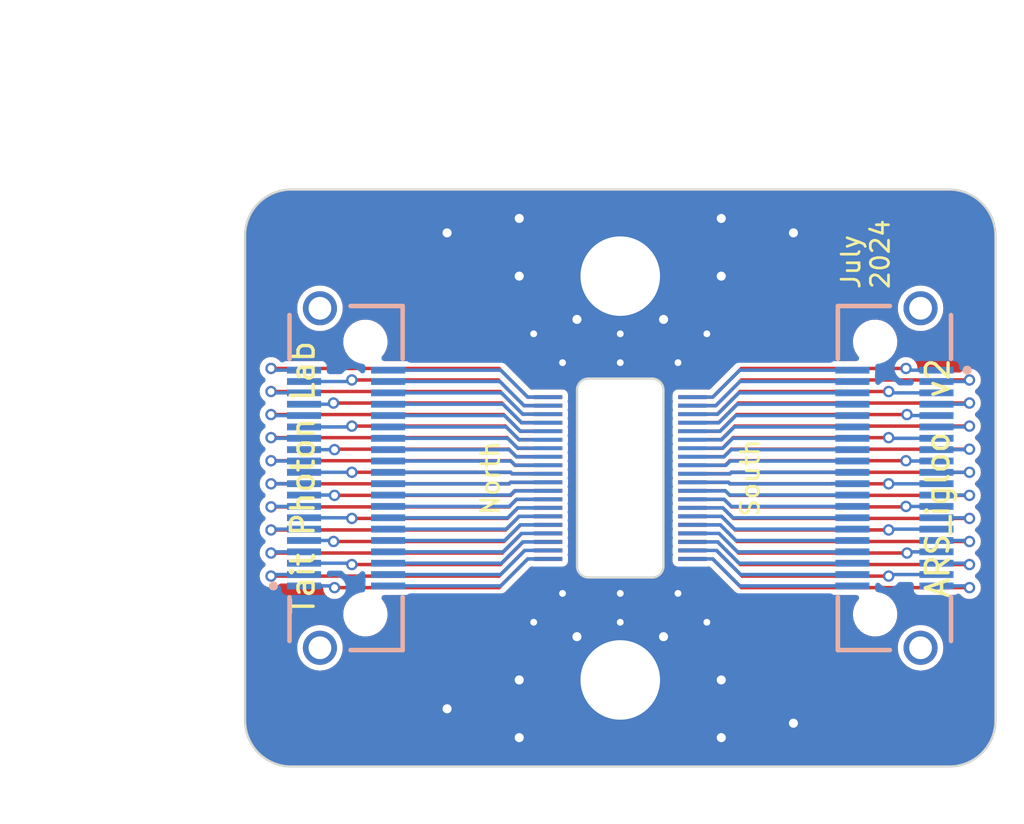
<source format=kicad_pcb>
(kicad_pcb (version 20221018) (generator pcbnew)
  (layers (0 "F.Cu" signal) (31 "B.Cu" signal) (34 "B.Paste" user) (35 "F.Paste" user) (36 "B.SilkS" user "B.Silkscreen") (37 "F.SilkS" user "F.Silkscreen") (38 "B.Mask" user) (39 "F.Mask" user) (44 "Edge.Cuts" user))
  (net 0 "")
  (net 1 "/S20")
  (net 2 "/S19")
  (net 3 "/S18")
  (net 4 "/S17")
  (net 5 "/S16")
  (net 6 "/S15")
  (net 7 "/S14")
  (net 8 "/S13")
  (net 9 "/S12")
  (net 10 "/S11")
  (net 11 "/S10")
  (net 12 "/S9")
  (net 13 "/S8")
  (net 14 "/S7")
  (net 15 "/S6")
  (net 16 "/S5")
  (net 17 "/S4")
  (net 18 "/S3")
  (net 19 "/S2")
  (net 20 "/S1")
  (net 21 "/N1")
  (net 22 "/N2")
  (net 23 "/N3")
  (net 24 "/N4")
  (net 25 "/N5")
  (net 26 "/N6")
  (net 27 "/N7")
  (net 28 "/N8")
  (net 29 "/N9")
  (net 30 "/N10")
  (net 31 "/N11")
  (net 32 "/N12")
  (net 33 "/N13")
  (net 34 "/N14")
  (net 35 "/N15")
  (net 36 "/N16")
  (net 37 "/N17")
  (net 38 "/N18")
  (net 39 "/N19")
  (net 40 "/N20")
  (net 41 "Net-(J1-Pin_20)")
  (net 42 "Net-(J1-Pin_19)")
  (net 43 "Net-(J1-Pin_18)")
  (net 44 "Net-(J1-Pin_17)")
  (net 45 "Net-(J1-Pin_16)")
  (net 46 "Net-(J1-Pin_15)")
  (net 47 "Net-(J1-Pin_14)")
  (net 48 "Net-(J1-Pin_13)")
  (net 49 "Net-(J1-Pin_12)")
  (net 50 "Net-(J1-Pin_11)")
  (net 51 "Net-(J1-Pin_10)")
  (net 52 "Net-(J1-Pin_9)")
  (net 53 "Net-(J1-Pin_8)")
  (net 54 "Net-(J1-Pin_7)")
  (net 55 "Net-(J1-Pin_6)")
  (net 56 "Net-(J1-Pin_5)")
  (net 57 "Net-(J1-Pin_4)")
  (net 58 "Net-(J1-Pin_3)")
  (net 59 "Net-(J1-Pin_2)")
  (net 60 "Net-(J1-Pin_1)")
  (net 61 "Net-(J3-Pin_1)")
  (net 62 "Net-(J3-Pin_2)")
  (net 63 "Net-(J3-Pin_3)")
  (net 64 "Net-(J3-Pin_4)")
  (net 65 "Net-(J3-Pin_5)")
  (net 66 "Net-(J3-Pin_6)")
  (net 67 "Net-(J3-Pin_7)")
  (net 68 "Net-(J3-Pin_8)")
  (net 69 "Net-(J3-Pin_9)")
  (net 70 "Net-(J3-Pin_10)")
  (net 71 "Net-(J3-Pin_11)")
  (net 72 "Net-(J3-Pin_12)")
  (net 73 "Net-(J3-Pin_13)")
  (net 74 "Net-(J3-Pin_14)")
  (net 75 "Net-(J3-Pin_15)")
  (net 76 "Net-(J3-Pin_16)")
  (net 77 "Net-(J3-Pin_17)")
  (net 78 "Net-(J3-Pin_18)")
  (net 79 "Net-(J3-Pin_19)")
  (net 80 "Net-(J3-Pin_20)")
  (net 81 "GND")
  (footprint "MountingHole:MountingHole_3.5mm_Pad_TopBottom" (layer "F.Cu") (at 0 -8.89)
    (fp_text reference "H3" hide)
    (fp_text value "MountingHole_Pad")
  )
  (footprint "samplecard:WBpadArray-N20-P15-W7-paired" (layer "F.Cu") (at -3.175 0 180)
    (fp_text reference "J1" hide)
    (fp_text value "Conn_02x20_Counter_Clockwise")
  )
  (footprint "MountingHole:MountingHole_3.5mm_Pad_TopBottom" (layer "F.Cu") (at 0 8.89)
    (fp_text reference "H4" hide)
    (fp_text value "MountingHole_Pad")
  )
  (footprint "samplecard:WBpadArray-N20-P15-W7-paired" (layer "F.Cu") (at 3.175 0)
    (fp_text reference "J3" hide)
    (fp_text value "Conn_02x20_Counter_Clockwise")
  )
  (footprint "Alex_LSHM:LSHM-120-02.5-L-DV-A-S" (layer "B.Cu") (at -12.065 0 -90)
    (fp_text reference "J2" hide)
    (fp_text value "Conn_02x20_Odd_Even")
  )
  (footprint "Alex_LSHM:LSHM-120-02.5-L-DV-A-S" (layer "B.Cu") (at 12.065 0 90)
    (fp_text reference "J4" hide)
    (fp_text value "Conn_02x20_Odd_Even")
  )
  (gr_arc (start 1.905 3.8735) (mid 1.75621 4.23271) (end 1.397 4.3815) (stroke (width 0.1)) (layer "Edge.Cuts"))
  (gr_line (start 16.51 -10.668) (end 16.51 10.668) (stroke (width 0.1)) (layer "Edge.Cuts"))
  (gr_line (start -14.478 -12.7) (end 14.478 -12.7) (stroke (width 0.1)) (layer "Edge.Cuts"))
  (gr_line (start 14.478 12.7) (end -14.478 12.7) (stroke (width 0.1)) (layer "Edge.Cuts"))
  (gr_line (start 1.397 4.3815) (end -1.397 4.3815) (stroke (width 0.1)) (layer "Edge.Cuts"))
  (gr_arc (start -14.478 12.7) (mid -15.914841 12.104841) (end -16.51 10.668) (stroke (width 0.1)) (layer "Edge.Cuts"))
  (gr_arc (start -1.905 -3.8735) (mid -1.75621 -4.23271) (end -1.397 -4.3815) (stroke (width 0.1)) (layer "Edge.Cuts"))
  (gr_arc (start 16.51 10.668) (mid 15.914841 12.104841) (end 14.478 12.7) (stroke (width 0.1)) (layer "Edge.Cuts"))
  (gr_line (start -16.51 10.668) (end -16.51 -10.668) (stroke (width 0.1)) (layer "Edge.Cuts"))
  (gr_line (start -1.397 -4.3815) (end 1.397 -4.3815) (stroke (width 0.1)) (layer "Edge.Cuts"))
  (gr_arc (start -1.397 4.3815) (mid -1.75621 4.23271) (end -1.905 3.8735) (stroke (width 0.1)) (layer "Edge.Cuts"))
  (gr_arc (start 1.397 -4.3815) (mid 1.75621 -4.23271) (end 1.905 -3.8735) (stroke (width 0.1)) (layer "Edge.Cuts"))
  (gr_line (start -1.905 3.8735) (end -1.905 -3.8735) (stroke (width 0.1)) (layer "Edge.Cuts"))
  (gr_arc (start 14.478 -12.7) (mid 15.914841 -12.104841) (end 16.51 -10.668) (stroke (width 0.1)) (layer "Edge.Cuts"))
  (gr_line (start 1.905 -3.8735) (end 1.905 3.8735) (stroke (width 0.1)) (layer "Edge.Cuts"))
  (gr_arc (start -16.51 -10.668) (mid -15.914841 -12.104841) (end -14.478 -12.7) (stroke (width 0.1)) (layer "Edge.Cuts"))
  (gr_text "North" (at -5.715 0 90) (layer "F.SilkS") (effects (font (size 0.8 0.8) (thickness 0.12))))
  (gr_text "ARS_igloo  v2" (at 13.97 0 90) (layer "F.SilkS") (effects (font (size 1 1) (thickness 0.15) bold)))
  (gr_text "Tait Photon Lab" (at -13.97 0 90) (layer "F.SilkS") (effects (font (size 1 1) (thickness 0.15) bold)))
  (gr_text "July\n2024" (at 10.795 -8.255 90) (layer "F.SilkS") (effects (font (size 0.8 0.8) (thickness 0.12)) (justify left)))
  (gr_text "South" (at 5.715 0 90) (layer "F.SilkS") (effects (font (size 0.8 0.8) (thickness 0.12))))
  (segment (start 10.215 4.75) (end 5.258 4.75) (width 0.1524) (layer "B.Cu") (net 1))
  (segment (start 5.258 4.75) (end 4.0705 3.5625) (width 0.1524) (layer "B.Cu") (net 1))
  (segment (start 4.0705 3.5625) (end 3.175 3.5625) (width 0.1524) (layer "B.Cu") (net 1))
  (segment (start 5.296636 4.25) (end 4.234136 3.1875) (width 0.1524) (layer "B.Cu") (net 2))
  (segment (start 10.215 4.25) (end 5.296636 4.25) (width 0.1524) (layer "B.Cu") (net 2))
  (segment (start 4.234136 3.1875) (end 3.175 3.1875) (width 0.1524) (layer "B.Cu") (net 2))
  (segment (start 10.215 3.75) (end 5.227688 3.75) (width 0.1524) (layer "B.Cu") (net 3))
  (segment (start 10.215 3.75) (end 10.155 3.81) (width 0.1524) (layer "B.Cu") (net 3))
  (segment (start 4.290188 2.8125) (end 3.175 2.8125) (width 0.1524) (layer "B.Cu") (net 3))
  (segment (start 5.227688 3.75) (end 4.290188 2.8125) (width 0.1524) (layer "B.Cu") (net 3))
  (segment (start 5.15874 3.25) (end 4.34624 2.4375) (width 0.1524) (layer "B.Cu") (net 4))
  (segment (start 4.34624 2.4375) (end 3.175 2.4375) (width 0.1524) (layer "B.Cu") (net 4))
  (segment (start 10.215 3.25) (end 5.15874 3.25) (width 0.1524) (layer "B.Cu") (net 4))
  (segment (start 10.215 3.25) (end 10.163 3.302) (width 0.1524) (layer "B.Cu") (net 4))
  (segment (start 10.215 2.75) (end 5.089792 2.75) (width 0.1524) (layer "B.Cu") (net 5))
  (segment (start 4.402292 2.0625) (end 3.175 2.0625) (width 0.1524) (layer "B.Cu") (net 5))
  (segment (start 5.089792 2.75) (end 4.402292 2.0625) (width 0.1524) (layer "B.Cu") (net 5))
  (segment (start 10.215 2.75) (end 10.171 2.794) (width 0.1524) (layer "B.Cu") (net 5))
  (segment (start 5.020844 2.25) (end 4.458344 1.6875) (width 0.1524) (layer "B.Cu") (net 6))
  (segment (start 10.215 2.25) (end 5.020844 2.25) (width 0.1524) (layer "B.Cu") (net 6))
  (segment (start 4.458344 1.6875) (end 3.175 1.6875) (width 0.1524) (layer "B.Cu") (net 6))
  (segment (start 10.215 2.25) (end 10.179 2.286) (width 0.1524) (layer "B.Cu") (net 6))
  (segment (start 4.951896 1.75) (end 4.514396 1.3125) (width 0.1524) (layer "B.Cu") (net 7))
  (segment (start 4.514396 1.3125) (end 3.175 1.3125) (width 0.1524) (layer "B.Cu") (net 7))
  (segment (start 10.215 1.75) (end 4.951896 1.75) (width 0.1524) (layer "B.Cu") (net 7))
  (segment (start 10.215 1.75) (end 10.187 1.778) (width 0.1524) (layer "B.Cu") (net 7))
  (segment (start 10.215 1.25) (end 10.195 1.27) (width 0.1524) (layer "B.Cu") (net 8))
  (segment (start 4.570448 0.9375) (end 3.175 0.9375) (width 0.1524) (layer "B.Cu") (net 8))
  (segment (start 10.215 1.25) (end 4.882948 1.25) (width 0.1524) (layer "B.Cu") (net 8))
  (segment (start 4.882948 1.25) (end 4.570448 0.9375) (width 0.1524) (layer "B.Cu") (net 8))
  (segment (start 10.215 0.75) (end 10.203 0.762) (width 0.1524) (layer "B.Cu") (net 9))
  (segment (start 4.814 0.75) (end 4.6265 0.5625) (width 0.1524) (layer "B.Cu") (net 9))
  (segment (start 4.6265 0.5625) (end 3.175 0.5625) (width 0.1524) (layer "B.Cu") (net 9))
  (segment (start 10.215 0.75) (end 4.814 0.75) (width 0.1524) (layer "B.Cu") (net 9))
  (segment (start 4.7595 0.1875) (end 3.175 0.1875) (width 0.1524) (layer "B.Cu") (net 10))
  (segment (start 9.3126 0.25) (end 9.3086 0.254) (width 0.1524) (layer "B.Cu") (net 10))
  (segment (start 10.215 0.25) (end 9.3126 0.25) (width 0.1524) (layer "B.Cu") (net 10))
  (segment (start 10.215 0.25) (end 10.211 0.254) (width 0.1524) (layer "B.Cu") (net 10))
  (segment (start 4.826 0.254) (end 4.7595 0.1875) (width 0.1524) (layer "B.Cu") (net 10))
  (segment (start 9.3086 0.254) (end 4.826 0.254) (width 0.1524) (layer "B.Cu") (net 10))
  (segment (start 4.826 -0.1875) (end 3.175 -0.1875) (width 0.1524) (layer "B.Cu") (net 11))
  (segment (start 10.211 -0.254) (end 4.8925 -0.254) (width 0.1524) (layer "B.Cu") (net 11))
  (segment (start 4.8925 -0.254) (end 4.826 -0.1875) (width 0.1524) (layer "B.Cu") (net 11))
  (segment (start 10.215 -0.25) (end 10.211 -0.254) (width 0.1524) (layer "B.Cu") (net 11))
  (segment (start 4.838 -0.75) (end 4.6505 -0.5625) (width 0.1524) (layer "B.Cu") (net 12))
  (segment (start 4.6505 -0.5625) (end 3.175 -0.5625) (width 0.1524) (layer "B.Cu") (net 12))
  (segment (start 10.215 -0.75) (end 4.838 -0.75) (width 0.1524) (layer "B.Cu") (net 12))
  (segment (start 10.215 -0.75) (end 10.203 -0.762) (width 0.1524) (layer "B.Cu") (net 12))
  (segment (start 4.570448 -0.9375) (end 3.175 -0.9375) (width 0.1524) (layer "B.Cu") (net 13))
  (segment (start 10.215 -1.25) (end 10.195 -1.27) (width 0.1524) (layer "B.Cu") (net 13))
  (segment (start 4.882948 -1.25) (end 4.570448 -0.9375) (width 0.1524) (layer "B.Cu") (net 13))
  (segment (start 10.215 -1.25) (end 4.882948 -1.25) (width 0.1524) (layer "B.Cu") (net 13))
  (segment (start 10.215 -1.75) (end 4.951896 -1.75) (width 0.1524) (layer "B.Cu") (net 14))
  (segment (start 10.215 -1.75) (end 10.187 -1.778) (width 0.1524) (layer "B.Cu") (net 14))
  (segment (start 4.951896 -1.75) (end 4.514396 -1.3125) (width 0.1524) (layer "B.Cu") (net 14))
  (segment (start 4.514396 -1.3125) (end 3.175 -1.3125) (width 0.1524) (layer "B.Cu") (net 14))
  (segment (start 10.215 -2.25) (end 10.179 -2.286) (width 0.1524) (layer "B.Cu") (net 15))
  (segment (start 10.215 -2.25) (end 5.020844 -2.25) (width 0.1524) (layer "B.Cu") (net 15))
  (segment (start 5.020844 -2.25) (end 4.458344 -1.6875) (width 0.1524) (layer "B.Cu") (net 15))
  (segment (start 4.458344 -1.6875) (end 3.175 -1.6875) (width 0.1524) (layer "B.Cu") (net 15))
  (segment (start 10.215 -2.75) (end 10.171 -2.794) (width 0.1524) (layer "B.Cu") (net 16))
  (segment (start 4.400748 -2.0625) (end 3.175 -2.0625) (width 0.1524) (layer "B.Cu") (net 16))
  (segment (start 10.215 -2.75) (end 5.088248 -2.75) (width 0.1524) (layer "B.Cu") (net 16))
  (segment (start 5.088248 -2.75) (end 4.400748 -2.0625) (width 0.1524) (layer "B.Cu") (net 16))
  (segment (start 10.215 -3.25) (end 10.163 -3.302) (width 0.1524) (layer "B.Cu") (net 17))
  (segment (start 5.157196 -3.25) (end 4.344696 -2.4375) (width 0.1524) (layer "B.Cu") (net 17))
  (segment (start 4.344696 -2.4375) (end 3.175 -2.4375) (width 0.1524) (layer "B.Cu") (net 17))
  (segment (start 10.215 -3.25) (end 5.157196 -3.25) (width 0.1524) (layer "B.Cu") (net 17))
  (segment (start 4.288644 -2.8125) (end 3.175 -2.8125) (width 0.1524) (layer "B.Cu") (net 18))
  (segment (start 10.215 -3.75) (end 5.226144 -3.75) (width 0.1524) (layer "B.Cu") (net 18))
  (segment (start 10.215 -3.75) (end 10.155 -3.81) (width 0.1524) (layer "B.Cu") (net 18))
  (segment (start 5.226144 -3.75) (end 4.288644 -2.8125) (width 0.1524) (layer "B.Cu") (net 18))
  (segment (start 5.266 -4.25) (end 4.2035 -3.1875) (width 0.1524) (layer "B.Cu") (net 19))
  (segment (start 10.215 -4.25) (end 5.266 -4.25) (width 0.1524) (layer "B.Cu") (net 19))
  (segment (start 10.215 -4.25) (end 10.147 -4.318) (width 0.1524) (layer "B.Cu") (net 19))
  (segment (start 4.2035 -3.1875) (end 3.175 -3.1875) (width 0.1524) (layer "B.Cu") (net 19))
  (segment (start 10.215 -4.75) (end 10.139 -4.826) (width 0.1524) (layer "B.Cu") (net 20))
  (segment (start 5.258 -4.75) (end 4.0705 -3.5625) (width 0.1524) (layer "B.Cu") (net 20))
  (segment (start 10.215 -4.75) (end 5.258 -4.75) (width 0.1524) (layer "B.Cu") (net 20))
  (segment (start 4.0705 -3.5625) (end 3.175 -3.5625) (width 0.1524) (layer "B.Cu") (net 20))
  (segment (start -3.175 3.5625) (end -4.0705 3.5625) (width 0.1524) (layer "B.Cu") (net 21))
  (segment (start -5.258 4.75) (end -10.215 4.75) (width 0.1524) (layer "B.Cu") (net 21))
  (segment (start -4.0705 3.5625) (end -5.258 4.75) (width 0.1524) (layer "B.Cu") (net 21))
  (segment (start -10.215 4.75) (end -10.139 4.826) (width 0.1524) (layer "B.Cu") (net 21))
  (segment (start -4.2035 3.1875) (end -5.266 4.25) (width 0.1524) (layer "B.Cu") (net 22))
  (segment (start -5.266 4.25) (end -10.215 4.25) (width 0.1524) (layer "B.Cu") (net 22))
  (segment (start -10.215 4.25) (end -10.147 4.318) (width 0.1524) (layer "B.Cu") (net 22))
  (segment (start -3.175 3.1875) (end -4.2035 3.1875) (width 0.1524) (layer "B.Cu") (net 22))
  (segment (start -4.288644 2.8125) (end -5.226144 3.75) (width 0.1524) (layer "B.Cu") (net 23))
  (segment (start -5.226144 3.75) (end -10.215 3.75) (width 0.1524) (layer "B.Cu") (net 23))
  (segment (start -3.175 2.8125) (end -4.288644 2.8125) (width 0.1524) (layer "B.Cu") (net 23))
  (segment (start -10.215 3.75) (end -10.155 3.81) (width 0.1524) (layer "B.Cu") (net 23))
  (segment (start -10.215 3.25) (end -10.163 3.302) (width 0.1524) (layer "B.Cu") (net 24))
  (segment (start -3.175 2.4375) (end -4.344696 2.4375) (width 0.1524) (layer "B.Cu") (net 24))
  (segment (start -5.157196 3.25) (end -10.215 3.25) (width 0.1524) (layer "B.Cu") (net 24))
  (segment (start -4.344696 2.4375) (end -5.157196 3.25) (width 0.1524) (layer "B.Cu") (net 24))
  (segment (start -4.400748 2.0625) (end -5.088248 2.75) (width 0.1524) (layer "B.Cu") (net 25))
  (segment (start -5.088248 2.75) (end -10.215 2.75) (width 0.1524) (layer "B.Cu") (net 25))
  (segment (start -10.215 2.75) (end -10.171 2.794) (width 0.1524) (layer "B.Cu") (net 25))
  (segment (start -3.175 2.0625) (end -4.400748 2.0625) (width 0.1524) (layer "B.Cu") (net 25))
  (segment (start -10.215 2.25) (end -10.179 2.286) (width 0.1524) (layer "B.Cu") (net 26))
  (segment (start -4.458344 1.6875) (end -5.020844 2.25) (width 0.1524) (layer "B.Cu") (net 26))
  (segment (start -5.020844 2.25) (end -10.215 2.25) (width 0.1524) (layer "B.Cu") (net 26))
  (segment (start -3.175 1.6875) (end -4.458344 1.6875) (width 0.1524) (layer "B.Cu") (net 26))
  (segment (start -4.951896 1.75) (end -10.215 1.75) (width 0.1524) (layer "B.Cu") (net 27))
  (segment (start -10.215 1.75) (end -10.187 1.778) (width 0.1524) (layer "B.Cu") (net 27))
  (segment (start -3.175 1.3125) (end -4.514396 1.3125) (width 0.1524) (layer "B.Cu") (net 27))
  (segment (start -4.514396 1.3125) (end -4.951896 1.75) (width 0.1524) (layer "B.Cu") (net 27))
  (segment (start -4.570448 0.9375) (end -4.882948 1.25) (width 0.1524) (layer "B.Cu") (net 28))
  (segment (start -4.882948 1.25) (end -10.215 1.25) (width 0.1524) (layer "B.Cu") (net 28))
  (segment (start -10.215 1.25) (end -10.195 1.27) (width 0.1524) (layer "B.Cu") (net 28))
  (segment (start -3.175 0.9375) (end -4.570448 0.9375) (width 0.1524) (layer "B.Cu") (net 28))
  (segment (start -4.838 0.75) (end -10.215 0.75) (width 0.1524) (layer "B.Cu") (net 29))
  (segment (start -4.6505 0.5625) (end -4.838 0.75) (width 0.1524) (layer "B.Cu") (net 29))
  (segment (start -3.175 0.5625) (end -4.6505 0.5625) (width 0.1524) (layer "B.Cu") (net 29))
  (segment (start -10.215 0.75) (end -10.203 0.762) (width 0.1524) (layer "B.Cu") (net 29))
  (segment (start -3.175 0.1875) (end -4.826 0.1875) (width 0.1524) (layer "B.Cu") (net 30))
  (segment (start -10.211 0.254) (end -10.215 0.25) (width 0.1524) (layer "B.Cu") (net 30))
  (segment (start -4.826 0.1875) (end -4.8925 0.254) (width 0.1524) (layer "B.Cu") (net 30))
  (segment (start -4.8925 0.254) (end -10.211 0.254) (width 0.1524) (layer "B.Cu") (net 30))
  (segment (start -4.7595 -0.1875) (end -4.826 -0.254) (width 0.1524) (layer "B.Cu") (net 31))
  (segment (start -9.3126 -0.25) (end -10.215 -0.25) (width 0.1524) (layer "B.Cu") (net 31))
  (segment (start -9.3086 -0.254) (end -9.3126 -0.25) (width 0.1524) (layer "B.Cu") (net 31))
  (segment (start -10.215 -0.25) (end -10.211 -0.254) (width 0.1524) (layer "B.Cu") (net 31))
  (segment (start -4.826 -0.254) (end -9.3086 -0.254) (width 0.1524) (layer "B.Cu") (net 31))
  (segment (start -3.175 -0.1875) (end -4.7595 -0.1875) (width 0.1524) (layer "B.Cu") (net 31))
  (segment (start -10.215 -0.75) (end -10.203 -0.762) (width 0.1524) (layer "B.Cu") (net 32))
  (segment (start -4.6265 -0.5625) (end -4.814 -0.75) (width 0.1524) (layer "B.Cu") (net 32))
  (segment (start -3.175 -0.5625) (end -4.6265 -0.5625) (width 0.1524) (layer "B.Cu") (net 32))
  (segment (start -4.814 -0.75) (end -10.215 -0.75) (width 0.1524) (layer "B.Cu") (net 32))
  (segment (start -3.175 -0.9375) (end -4.570448 -0.9375) (width 0.1524) (layer "B.Cu") (net 33))
  (segment (start -4.570448 -0.9375) (end -4.882948 -1.25) (width 0.1524) (layer "B.Cu") (net 33))
  (segment (start -10.215 -1.25) (end -10.195 -1.27) (width 0.1524) (layer "B.Cu") (net 33))
  (segment (start -4.882948 -1.25) (end -10.215 -1.25) (width 0.1524) (layer "B.Cu") (net 33))
  (segment (start -3.175 -1.3125) (end -4.514396 -1.3125) (width 0.1524) (layer "B.Cu") (net 34))
  (segment (start -4.951896 -1.75) (end -10.215 -1.75) (width 0.1524) (layer "B.Cu") (net 34))
  (segment (start -10.215 -1.75) (end -10.187 -1.778) (width 0.1524) (layer "B.Cu") (net 34))
  (segment (start -4.514396 -1.3125) (end -4.951896 -1.75) (width 0.1524) (layer "B.Cu") (net 34))
  (segment (start -4.458344 -1.6875) (end -5.020844 -2.25) (width 0.1524) (layer "B.Cu") (net 35))
  (segment (start -10.215 -2.25) (end -10.179 -2.286) (width 0.1524) (layer "B.Cu") (net 35))
  (segment (start -3.175 -1.6875) (end -4.458344 -1.6875) (width 0.1524) (layer "B.Cu") (net 35))
  (segment (start -5.020844 -2.25) (end -10.215 -2.25) (width 0.1524) (layer "B.Cu") (net 35))
  (segment (start -4.402292 -2.0625) (end -3.175 -2.0625) (width 0.1524) (layer "B.Cu") (net 36))
  (segment (start -5.089792 -2.75) (end -4.402292 -2.0625) (width 0.1524) (layer "B.Cu") (net 36))
  (segment (start -10.215 -2.75) (end -5.089792 -2.75) (width 0.1524) (layer "B.Cu") (net 36))
  (segment (start -10.215 -2.75) (end -10.171 -2.794) (width 0.1524) (layer "B.Cu") (net 36))
  (segment (start -5.15874 -3.25) (end -10.215 -3.25) (width 0.1524) (layer "B.Cu") (net 37))
  (segment (start -3.175 -2.4375) (end -4.34624 -2.4375) (width 0.1524) (layer "B.Cu") (net 37))
  (segment (start -4.34624 -2.4375) (end -5.15874 -3.25) (width 0.1524) (layer "B.Cu") (net 37))
  (segment (start -10.215 -3.25) (end -10.163 -3.302) (width 0.1524) (layer "B.Cu") (net 37))
  (segment (start -10.215 -3.75) (end -5.227688 -3.75) (width 0.1524) (layer "B.Cu") (net 38))
  (segment (start -10.215 -3.75) (end -10.155 -3.81) (width 0.1524) (layer "B.Cu") (net 38))
  (segment (start -4.290188 -2.8125) (end -3.175 -2.8125) (width 0.1524) (layer "B.Cu") (net 38))
  (segment (start -5.227688 -3.75) (end -4.290188 -2.8125) (width 0.1524) (layer "B.Cu") (net 38))
  (segment (start -4.234136 -3.1875) (end -3.175 -3.1875) (width 0.1524) (layer "B.Cu") (net 39))
  (segment (start -10.215 -4.25) (end -5.296636 -4.25) (width 0.1524) (layer "B.Cu") (net 39))
  (segment (start -5.296636 -4.25) (end -4.234136 -3.1875) (width 0.1524) (layer "B.Cu") (net 39))
  (segment (start -5.258 -4.75) (end -4.0705 -3.5625) (width 0.1524) (layer "B.Cu") (net 40))
  (segment (start -10.215 -4.75) (end -5.258 -4.75) (width 0.1524) (layer "B.Cu") (net 40))
  (segment (start -4.0705 -3.5625) (end -3.175 -3.5625) (width 0.1524) (layer "B.Cu") (net 40))
  (segment (start -5.334 -4.826) (end -15.367 -4.826) (width 0.1524) (layer "F.Cu") (net 41))
  (segment (start -4.0705 -3.5625) (end -5.334 -4.826) (width 0.1524) (layer "F.Cu") (net 41))
  (segment (start -3.175 -3.5625) (end -4.0705 -3.5625) (width 0.1524) (layer "F.Cu") (net 41))
  (via (at -15.367 -4.826) (size 0.5) (drill 0.3) (layers "F.Cu" "B.Cu") (net 41))
  (segment (start -15.367 -4.826) (end -15.291 -4.75) (width 0.1524) (layer "B.Cu") (net 41))
  (segment (start -15.291 -4.75) (end -13.915 -4.75) (width 0.1524) (layer "B.Cu") (net 41))
  (segment (start -3.175 -3.1875) (end -4.234136 -3.1875) (width 0.1524) (layer "F.Cu") (net 42))
  (segment (start -4.234136 -3.1875) (end -5.364646 -4.31801) (width 0.1524) (layer "F.Cu") (net 42))
  (segment (start -5.364646 -4.31801) (end -11.811 -4.31801) (width 0.1524) (layer "F.Cu") (net 42))
  (via (at -11.811 -4.31801) (size 0.5) (drill 0.3) (layers "F.Cu" "B.Cu") (net 42))
  (segment (start -11.87901 -4.25) (end -11.811 -4.31801) (width 0.1524) (layer "B.Cu") (net 42))
  (segment (start -13.915 -4.25) (end -11.87901 -4.25) (width 0.1524) (layer "B.Cu") (net 42))
  (segment (start -5.287688 -3.81) (end -15.367 -3.81) (width 0.1524) (layer "F.Cu") (net 43))
  (segment (start -3.175 -2.8125) (end -4.290188 -2.8125) (width 0.1524) (layer "F.Cu") (net 43))
  (segment (start -4.290188 -2.8125) (end -5.287688 -3.81) (width 0.1524) (layer "F.Cu") (net 43))
  (via (at -15.367 -3.81) (size 0.5) (drill 0.3) (layers "F.Cu" "B.Cu") (net 43))
  (segment (start -15.307 -3.75) (end -15.367 -3.81) (width 0.1524) (layer "B.Cu") (net 43))
  (segment (start -13.915 -3.75) (end -15.307 -3.75) (width 0.1524) (layer "B.Cu") (net 43))
  (segment (start -5.21074 -3.302) (end -12.619529 -3.302) (width 0.1524) (layer "F.Cu") (net 44))
  (segment (start -3.175 -2.4375) (end -4.34624 -2.4375) (width 0.1524) (layer "F.Cu") (net 44))
  (segment (start -4.34624 -2.4375) (end -5.21074 -3.302) (width 0.1524) (layer "F.Cu") (net 44))
  (via (at -12.619529 -3.302) (size 0.5) (drill 0.3) (layers "F.Cu" "B.Cu") (net 44))
  (segment (start -12.671529 -3.25) (end -12.619529 -3.302) (width 0.1524) (layer "B.Cu") (net 44))
  (segment (start -13.915 -3.25) (end -12.671529 -3.25) (width 0.1524) (layer "B.Cu") (net 44))
  (segment (start -3.175 -2.0625) (end -4.402292 -2.0625) (width 0.1524) (layer "F.Cu") (net 45))
  (segment (start -5.133792 -2.794) (end -15.367 -2.794) (width 0.1524) (layer "F.Cu") (net 45))
  (segment (start -4.402292 -2.0625) (end -5.133792 -2.794) (width 0.1524) (layer "F.Cu") (net 45))
  (via (at -15.367 -2.794) (size 0.5) (drill 0.3) (layers "F.Cu" "B.Cu") (net 45))
  (segment (start -13.915 -2.75) (end -15.323 -2.75) (width 0.1524) (layer "B.Cu") (net 45))
  (segment (start -15.323 -2.75) (end -15.367 -2.794) (width 0.1524) (layer "B.Cu") (net 45))
  (segment (start -3.175 -1.6875) (end -4.458344 -1.6875) (width 0.1524) (layer "F.Cu") (net 46))
  (segment (start -5.056844 -2.286) (end -11.811 -2.286) (width 0.1524) (layer "F.Cu") (net 46))
  (segment (start -4.458344 -1.6875) (end -5.056844 -2.286) (width 0.1524) (layer "F.Cu") (net 46))
  (via (at -11.811 -2.286) (size 0.5) (drill 0.3) (layers "F.Cu" "B.Cu") (net 46))
  (segment (start -11.811 -2.286) (end -11.847 -2.25) (width 0.1524) (layer "B.Cu") (net 46))
  (segment (start -11.847 -2.25) (end -13.915 -2.25) (width 0.1524) (layer "B.Cu") (net 46))
  (segment (start -3.175 -1.3125) (end -4.514396 -1.3125) (width 0.1524) (layer "F.Cu") (net 47))
  (segment (start -4.979896 -1.778) (end -15.367 -1.778) (width 0.1524) (layer "F.Cu") (net 47))
  (segment (start -4.514396 -1.3125) (end -4.979896 -1.778) (width 0.1524) (layer "F.Cu") (net 47))
  (via (at -15.367 -1.778) (size 0.5) (drill 0.3) (layers "F.Cu" "B.Cu") (net 47))
  (segment (start -15.339 -1.75) (end -15.367 -1.778) (width 0.1524) (layer "B.Cu") (net 47))
  (segment (start -13.915 -1.75) (end -15.339 -1.75) (width 0.1524) (layer "B.Cu") (net 47))
  (segment (start -12.55301 -1.27) (end -12.573 -1.25001) (width 0.1524) (layer "F.Cu") (net 48))
  (segment (start -4.902948 -1.27) (end -12.55301 -1.27) (width 0.1524) (layer "F.Cu") (net 48))
  (segment (start -4.570448 -0.9375) (end -4.902948 -1.27) (width 0.1524) (layer "F.Cu") (net 48))
  (segment (start -3.175 -0.9375) (end -4.570448 -0.9375) (width 0.1524) (layer "F.Cu") (net 48))
  (via (at -12.573 -1.25001) (size 0.5) (drill 0.3) (layers "F.Cu" "B.Cu") (net 48))
  (segment (start -13.915 -1.25) (end -12.57301 -1.25) (width 0.1524) (layer "B.Cu") (net 48))
  (segment (start -12.57301 -1.25) (end -12.573 -1.25001) (width 0.1524) (layer "B.Cu") (net 48))
  (segment (start -4.826 -0.762) (end -15.367 -0.762) (width 0.1524) (layer "F.Cu") (net 49))
  (segment (start -3.175 -0.5625) (end -4.6265 -0.5625) (width 0.1524) (layer "F.Cu") (net 49))
  (segment (start -4.6265 -0.5625) (end -4.826 -0.762) (width 0.1524) (layer "F.Cu") (net 49))
  (via (at -15.367 -0.762) (size 0.5) (drill 0.3) (layers "F.Cu" "B.Cu") (net 49))
  (segment (start -13.915 -0.75) (end -15.355 -0.75) (width 0.1524) (layer "B.Cu") (net 49))
  (segment (start -15.355 -0.75) (end -15.367 -0.762) (width 0.1524) (layer "B.Cu") (net 49))
  (segment (start -4.826 -0.254) (end -11.811 -0.254) (width 0.1524) (layer "F.Cu") (net 50))
  (segment (start -3.175 -0.1875) (end -4.7595 -0.1875) (width 0.1524) (layer "F.Cu") (net 50))
  (segment (start -4.7595 -0.1875) (end -4.826 -0.254) (width 0.1524) (layer "F.Cu") (net 50))
  (via (at -11.811 -0.254) (size 0.5) (drill 0.3) (layers "F.Cu" "B.Cu") (net 50))
  (segment (start -11.811 -0.254) (end -13.911 -0.254) (width 0.1524) (layer "B.Cu") (net 50))
  (segment (start -13.911 -0.254) (end -13.915 -0.25) (width 0.1524) (layer "B.Cu") (net 50))
  (segment (start -4.8925 0.254) (end -15.367 0.254) (width 0.1524) (layer "F.Cu") (net 51))
  (segment (start -4.826 0.1875) (end -4.8925 0.254) (width 0.1524) (layer "F.Cu") (net 51))
  (segment (start -3.175 0.1875) (end -4.826 0.1875) (width 0.1524) (layer "F.Cu") (net 51))
  (via (at -15.367 0.254) (size 0.5) (drill 0.3) (layers "F.Cu" "B.Cu") (net 51))
  (segment (start -15.363 0.25) (end -15.367 0.254) (width 0.1524) (layer "B.Cu") (net 51))
  (segment (start -13.915 0.25) (end -15.363 0.25) (width 0.1524) (layer "B.Cu") (net 51))
  (segment (start -3.175 0.5625) (end -4.6265 0.5625) (width 0.1524) (layer "F.Cu") (net 52))
  (segment (start -4.826 0.762) (end -12.573 0.762) (width 0.1524) (layer "F.Cu") (net 52))
  (segment (start -4.6265 0.5625) (end -4.826 0.762) (width 0.1524) (layer "F.Cu") (net 52))
  (via (at -12.573 0.762) (size 0.5) (drill 0.3) (layers "F.Cu" "B.Cu") (net 52))
  (segment (start -12.585 0.75) (end -13.915 0.75) (width 0.1524) (layer "B.Cu") (net 52))
  (segment (start -12.573 0.762) (end -12.585 0.75) (width 0.1524) (layer "B.Cu") (net 52))
  (segment (start -4.88763 1.27) (end -15.367008 1.27) (width 0.1524) (layer "F.Cu") (net 53))
  (segment (start -3.175 0.9375) (end -4.55513 0.9375) (width 0.1524) (layer "F.Cu") (net 53))
  (segment (start -4.55513 0.9375) (end -4.88763 1.27) (width 0.1524) (layer "F.Cu") (net 53))
  (via (at -15.367008 1.27) (size 0.5) (drill 0.3) (layers "F.Cu" "B.Cu") (net 53))
  (segment (start -13.915 1.25) (end -15.347008 1.25) (width 0.1524) (layer "B.Cu") (net 53))
  (segment (start -15.347008 1.25) (end -15.367008 1.27) (width 0.1524) (layer "B.Cu") (net 53))
  (segment (start -4.964578 1.778) (end -11.811 1.778) (width 0.1524) (layer "F.Cu") (net 54))
  (segment (start -4.499078 1.3125) (end -4.964578 1.778) (width 0.1524) (layer "F.Cu") (net 54))
  (segment (start -3.175 1.3125) (end -4.499078 1.3125) (width 0.1524) (layer "F.Cu") (net 54))
  (via (at -11.811 1.778) (size 0.5) (drill 0.3) (layers "F.Cu" "B.Cu") (net 54))
  (segment (start -11.839 1.75) (end -13.915 1.75) (width 0.1524) (layer "B.Cu") (net 54))
  (segment (start -11.811 1.778) (end -11.839 1.75) (width 0.1524) (layer "B.Cu") (net 54))
  (segment (start -5.041526 2.286) (end -15.367 2.286) (width 0.1524) (layer "F.Cu") (net 55))
  (segment (start -3.175 1.6875) (end -4.443026 1.6875) (width 0.1524) (layer "F.Cu") (net 55))
  (segment (start -4.443026 1.6875) (end -5.041526 2.286) (width 0.1524) (layer "F.Cu") (net 55))
  (via (at -15.367 2.286) (size 0.5) (drill 0.3) (layers "F.Cu" "B.Cu") (net 55))
  (segment (start -15.331 2.25) (end -15.367 2.286) (width 0.1524) (layer "B.Cu") (net 55))
  (segment (start -13.915 2.25) (end -15.331 2.25) (width 0.1524) (layer "B.Cu") (net 55))
  (segment (start -3.175 2.0625) (end -4.386974 2.0625) (width 0.1524) (layer "F.Cu") (net 56))
  (segment (start -5.118474 2.794) (end -12.616061 2.794) (width 0.1524) (layer "F.Cu") (net 56))
  (segment (start -4.386974 2.0625) (end -5.118474 2.794) (width 0.1524) (layer "F.Cu") (net 56))
  (via (at -12.616061 2.794) (size 0.5) (drill 0.3) (layers "F.Cu" "B.Cu") (net 56))
  (segment (start -12.616061 2.794) (end -12.660061 2.75) (width 0.1524) (layer "B.Cu") (net 56))
  (segment (start -12.660061 2.75) (end -13.915 2.75) (width 0.1524) (layer "B.Cu") (net 56))
  (segment (start -5.195422 3.302) (end -15.367 3.302) (width 0.1524) (layer "F.Cu") (net 57))
  (segment (start -4.330922 2.4375) (end -5.195422 3.302) (width 0.1524) (layer "F.Cu") (net 57))
  (segment (start -3.175 2.4375) (end -4.330922 2.4375) (width 0.1524) (layer "F.Cu") (net 57))
  (via (at -15.367 3.302) (size 0.5) (drill 0.3) (layers "F.Cu" "B.Cu") (net 57))
  (segment (start -15.315 3.25) (end -15.367 3.302) (width 0.1524) (layer "B.Cu") (net 57))
  (segment (start -13.915 3.25) (end -15.315 3.25) (width 0.1524) (layer "B.Cu") (net 57))
  (segment (start -4.27487 2.8125) (end -5.27237 3.81) (width 0.1524) (layer "F.Cu") (net 58))
  (segment (start -3.175 2.8125) (end -4.27487 2.8125) (width 0.1524) (layer "F.Cu") (net 58))
  (segment (start -5.27237 3.81) (end -11.811 3.81) (width 0.1524) (layer "F.Cu") (net 58))
  (via (at -11.811 3.81) (size 0.5) (drill 0.3) (layers "F.Cu" "B.Cu") (net 58))
  (segment (start -13.915 3.75) (end -11.871 3.75) (width 0.1524) (layer "B.Cu") (net 58))
  (segment (start -11.871 3.75) (end -11.811 3.81) (width 0.1524) (layer "B.Cu") (net 58))
  (segment (start -4.2035 3.1875) (end -3.175 3.1875) (width 0.1524) (layer "F.Cu") (net 59))
  (segment (start -15.367 4.317994) (end -5.333994 4.317994) (width 0.1524) (layer "F.Cu") (net 59))
  (segment (start -5.333994 4.317994) (end -4.2035 3.1875) (width 0.1524) (layer "F.Cu") (net 59))
  (via (at -15.367 4.317994) (size 0.5) (drill 0.3) (layers "F.Cu" "B.Cu") (net 59))
  (segment (start -15.299006 4.25) (end -15.367 4.317994) (width 0.1524) (layer "B.Cu") (net 59))
  (segment (start -13.915 4.25) (end -15.299006 4.25) (width 0.1524) (layer "B.Cu") (net 59))
  (segment (start -12.572996 4.826) (end -5.334 4.826) (width 0.1524) (layer "F.Cu") (net 60))
  (segment (start -5.334 4.826) (end -4.0705 3.5625) (width 0.1524) (layer "F.Cu") (net 60))
  (segment (start -4.0705 3.5625) (end -3.175 3.5625) (width 0.1524) (layer "F.Cu") (net 60))
  (via (at -12.572996 4.826) (size 0.5) (drill 0.3) (layers "F.Cu" "B.Cu") (net 60))
  (segment (start -13.915 4.75) (end -12.648996 4.75) (width 0.1524) (layer "B.Cu") (net 60))
  (segment (start -12.648996 4.75) (end -12.572996 4.826) (width 0.1524) (layer "B.Cu") (net 60))
  (segment (start 12.572996 -4.826) (end 5.334 -4.826) (width 0.1524) (layer "F.Cu") (net 61))
  (segment (start 4.0705 -3.5625) (end 3.175 -3.5625) (width 0.1524) (layer "F.Cu") (net 61))
  (segment (start 5.334 -4.826) (end 4.0705 -3.5625) (width 0.1524) (layer "F.Cu") (net 61))
  (via (at 12.572996 -4.826) (size 0.5) (drill 0.3) (layers "F.Cu" "B.Cu") (net 61))
  (segment (start 12.648996 -4.75) (end 12.572996 -4.826) (width 0.1524) (layer "B.Cu") (net 61))
  (segment (start 13.915 -4.75) (end 12.648996 -4.75) (width 0.1524) (layer "B.Cu") (net 61))
  (segment (start 4.2035 -3.1875) (end 3.175 -3.1875) (width 0.1524) (layer "F.Cu") (net 62))
  (segment (start 15.367 -4.317994) (end 5.333994 -4.317994) (width 0.1524) (layer "F.Cu") (net 62))
  (segment (start 5.333994 -4.317994) (end 4.2035 -3.1875) (width 0.1524) (layer "F.Cu") (net 62))
  (via (at 15.367 -4.317994) (size 0.5) (drill 0.3) (layers "F.Cu" "B.Cu") (net 62))
  (segment (start 13.915 -4.25) (end 15.299006 -4.25) (width 0.1524) (layer "B.Cu") (net 62))
  (segment (start 15.299006 -4.25) (end 15.367 -4.317994) (width 0.1524) (layer "B.Cu") (net 62))
  (segment (start 11.811 -3.81) (end 5.27237 -3.81) (width 0.1524) (layer "F.Cu") (net 63))
  (segment (start 4.27487 -2.8125) (end 3.175 -2.8125) (width 0.1524) (layer "F.Cu") (net 63))
  (segment (start 5.27237 -3.81) (end 4.27487 -2.8125) (width 0.1524) (layer "F.Cu") (net 63))
  (via (at 11.811 -3.81) (size 0.5) (drill 0.3) (layers "F.Cu" "B.Cu") (net 63))
  (segment (start 11.871 -3.75) (end 11.811 -3.81) (width 0.1524) (layer "B.Cu") (net 63))
  (segment (start 13.915 -3.75) (end 11.871 -3.75) (width 0.1524) (layer "B.Cu") (net 63))
  (segment (start 4.330922 -2.4375) (end 3.175 -2.4375) (width 0.1524) (layer "F.Cu") (net 64))
  (segment (start 15.367 -3.302) (end 5.195422 -3.302) (width 0.1524) (layer "F.Cu") (net 64))
  (segment (start 5.195422 -3.302) (end 4.330922 -2.4375) (width 0.1524) (layer "F.Cu") (net 64))
  (via (at 15.367 -3.302) (size 0.5) (drill 0.3) (layers "F.Cu" "B.Cu") (net 64))
  (segment (start 13.915 -3.25) (end 15.315 -3.25) (width 0.1524) (layer "B.Cu") (net 64))
  (segment (start 15.315 -3.25) (end 15.367 -3.302) (width 0.1524) (layer "B.Cu") (net 64))
  (segment (start 4.386974 -2.0625) (end 3.175 -2.0625) (width 0.1524) (layer "F.Cu") (net 65))
  (segment (start 12.616061 -2.794) (end 5.118474 -2.794) (width 0.1524) (layer "F.Cu") (net 65))
  (segment (start 5.118474 -2.794) (end 4.386974 -2.0625) (width 0.1524) (layer "F.Cu") (net 65))
  (via (at 12.616061 -2.794) (size 0.5) (drill 0.3) (layers "F.Cu" "B.Cu") (net 65))
  (segment (start 12.616061 -2.794) (end 12.660061 -2.75) (width 0.1524) (layer "B.Cu") (net 65))
  (segment (start 12.660061 -2.75) (end 13.915 -2.75) (width 0.1524) (layer "B.Cu") (net 65))
  (segment (start 5.041526 -2.286) (end 4.443026 -1.6875) (width 0.1524) (layer "F.Cu") (net 66))
  (segment (start 4.443026 -1.6875) (end 3.175 -1.6875) (width 0.1524) (layer "F.Cu") (net 66))
  (segment (start 15.367 -2.286) (end 5.041526 -2.286) (width 0.1524) (layer "F.Cu") (net 66))
  (via (at 15.367 -2.286) (size 0.5) (drill 0.3) (layers "F.Cu" "B.Cu") (net 66))
  (segment (start 15.331 -2.25) (end 15.367 -2.286) (width 0.1524) (layer "B.Cu") (net 66))
  (segment (start 13.915 -2.25) (end 15.331 -2.25) (width 0.1524) (layer "B.Cu") (net 66))
  (segment (start 4.964578 -1.778) (end 4.499078 -1.3125) (width 0.1524) (layer "F.Cu") (net 67))
  (segment (start 4.499078 -1.3125) (end 3.175 -1.3125) (width 0.1524) (layer "F.Cu") (net 67))
  (segment (start 11.811 -1.778) (end 4.964578 -1.778) (width 0.1524) (layer "F.Cu") (net 67))
  (via (at 11.811 -1.778) (size 0.5) (drill 0.3) (layers "F.Cu" "B.Cu") (net 67))
  (segment (start 11.839 -1.75) (end 13.915 -1.75) (width 0.1524) (layer "B.Cu") (net 67))
  (segment (start 11.811 -1.778) (end 11.839 -1.75) (width 0.1524) (layer "B.Cu") (net 67))
  (segment (start 15.367008 -1.27) (end 4.88763 -1.27) (width 0.1524) (layer "F.Cu") (net 68))
  (segment (start 4.88763 -1.27) (end 4.55513 -0.9375) (width 0.1524) (layer "F.Cu") (net 68))
  (segment (start 4.55513 -0.9375) (end 3.175 -0.9375) (width 0.1524) (layer "F.Cu") (net 68))
  (via (at 15.367008 -1.27) (size 0.5) (drill 0.3) (layers "F.Cu" "B.Cu") (net 68))
  (segment (start 15.347008 -1.25) (end 15.367008 -1.27) (width 0.1524) (layer "B.Cu") (net 68))
  (segment (start 13.915 -1.25) (end 15.347008 -1.25) (width 0.1524) (layer "B.Cu") (net 68))
  (segment (start 12.573 -0.762) (end 4.826 -0.762) (width 0.1524) (layer "F.Cu") (net 69))
  (segment (start 4.826 -0.762) (end 4.6265 -0.5625) (width 0.1524) (layer "F.Cu") (net 69))
  (segment (start 4.6265 -0.5625) (end 3.175 -0.5625) (width 0.1524) (layer "F.Cu") (net 69))
  (via (at 12.573 -0.762) (size 0.5) (drill 0.3) (layers "F.Cu" "B.Cu") (net 69))
  (segment (start 12.573 -0.762) (end 12.585 -0.75) (width 0.1524) (layer "B.Cu") (net 69))
  (segment (start 12.585 -0.75) (end 13.915 -0.75) (width 0.1524) (layer "B.Cu") (net 69))
  (segment (start 15.367 -0.254) (end 4.8925 -0.254) (width 0.1524) (layer "F.Cu") (net 70))
  (segment (start 4.826 -0.1875) (end 3.175 -0.1875) (width 0.1524) (layer "F.Cu") (net 70))
  (segment (start 4.8925 -0.254) (end 4.826 -0.1875) (width 0.1524) (layer "F.Cu") (net 70))
  (via (at 15.367 -0.254) (size 0.5) (drill 0.3) (layers "F.Cu" "B.Cu") (net 70))
  (segment (start 13.915 -0.25) (end 15.363 -0.25) (width 0.1524) (layer "B.Cu") (net 70))
  (segment (start 15.363 -0.25) (end 15.367 -0.254) (width 0.1524) (layer "B.Cu") (net 70))
  (segment (start 11.811 0.254) (end 4.826 0.254) (width 0.1524) (layer "F.Cu") (net 71))
  (segment (start 4.826 0.254) (end 4.7595 0.1875) (width 0.1524) (layer "F.Cu") (net 71))
  (segment (start 4.7595 0.1875) (end 3.175 0.1875) (width 0.1524) (layer "F.Cu") (net 71))
  (via (at 11.811 0.254) (size 0.5) (drill 0.3) (layers "F.Cu" "B.Cu") (net 71))
  (segment (start 11.811 0.254) (end 13.911 0.254) (width 0.1524) (layer "B.Cu") (net 71))
  (segment (start 13.911 0.254) (end 13.915 0.25) (width 0.1524) (layer "B.Cu") (net 71))
  (segment (start 15.367 0.762) (end 4.826 0.762) (width 0.1524) (layer "F.Cu") (net 72))
  (segment (start 4.826 0.762) (end 4.6265 0.5625) (width 0.1524) (layer "F.Cu") (net 72))
  (segment (start 4.6265 0.5625) (end 3.175 0.5625) (width 0.1524) (layer "F.Cu") (net 72))
  (via (at 15.367 0.762) (size 0.5) (drill 0.3) (layers "F.Cu" "B.Cu") (net 72))
  (segment (start 13.915 0.75) (end 15.355 0.75) (width 0.1524) (layer "B.Cu") (net 72))
  (segment (start 15.355 0.75) (end 15.367 0.762) (width 0.1524) (layer "B.Cu") (net 72))
  (segment (start 12.55301 1.27) (end 4.902948 1.27) (width 0.1524) (layer "F.Cu") (net 73))
  (segment (start 4.570448 0.9375) (end 3.175 0.9375) (width 0.1524) (layer "F.Cu") (net 73))
  (segment (start 12.573 1.25001) (end 12.55301 1.27) (width 0.1524) (layer "F.Cu") (net 73))
  (segment (start 4.902948 1.27) (end 4.570448 0.9375) (width 0.1524) (layer "F.Cu") (net 73))
  (via (at 12.573 1.25001) (size 0.5) (drill 0.3) (layers "F.Cu" "B.Cu") (net 73))
  (segment (start 12.57301 1.25) (end 12.573 1.25001) (width 0.1524) (layer "B.Cu") (net 73))
  (segment (start 13.915 1.25) (end 12.57301 1.25) (width 0.1524) (layer "B.Cu") (net 73))
  (segment (start 4.514396 1.3125) (end 3.175 1.3125) (width 0.1524) (layer "F.Cu") (net 74))
  (segment (start 15.367 1.778) (end 4.979896 1.778) (width 0.1524) (layer "F.Cu") (net 74))
  (segment (start 4.979896 1.778) (end 4.514396 1.3125) (width 0.1524) (layer "F.Cu") (net 74))
  (via (at 15.367 1.778) (size 0.5) (drill 0.3) (layers "F.Cu" "B.Cu") (net 74))
  (segment (start 13.915 1.75) (end 15.339 1.75) (width 0.1524) (layer "B.Cu") (net 74))
  (segment (start 15.339 1.75) (end 15.367 1.778) (width 0.1524) (layer "B.Cu") (net 74))
  (segment (start 4.458344 1.6875) (end 3.175 1.6875) (width 0.1524) (layer "F.Cu") (net 75))
  (segment (start 5.056844 2.286) (end 4.458344 1.6875) (width 0.1524) (layer "F.Cu") (net 75))
  (segment (start 11.811 2.286) (end 5.056844 2.286) (width 0.1524) (layer "F.Cu") (net 75))
  (via (at 11.811 2.286) (size 0.5) (drill 0.3) (layers "F.Cu" "B.Cu") (net 75))
  (segment (start 11.847 2.25) (end 13.915 2.25) (width 0.1524) (layer "B.Cu") (net 75))
  (segment (start 11.811 2.286) (end 11.847 2.25) (width 0.1524) (layer "B.Cu") (net 75))
  (segment (start 4.402292 2.0625) (end 3.175 2.0625) (width 0.1524) (layer "F.Cu") (net 76))
  (segment (start 5.133792 2.794) (end 4.402292 2.0625) (width 0.1524) (layer "F.Cu") (net 76))
  (segment (start 15.367 2.794) (end 5.133792 2.794) (width 0.1524) (layer "F.Cu") (net 76))
  (via (at 15.367 2.794) (size 0.5) (drill 0.3) (layers "F.Cu" "B.Cu") (net 76))
  (segment (start 13.915 2.75) (end 15.323 2.75) (width 0.1524) (layer "B.Cu") (net 76))
  (segment (start 15.323 2.75) (end 15.367 2.794) (width 0.1524) (layer "B.Cu") (net 76))
  (segment (start 5.21074 3.302) (end 4.34624 2.4375) (width 0.1524) (layer "F.Cu") (net 77))
  (segment (start 4.34624 2.4375) (end 3.175 2.4375) (width 0.1524) (layer "F.Cu") (net 77))
  (segment (start 12.619529 3.302) (end 5.21074 3.302) (width 0.1524) (layer "F.Cu") (net 77))
  (via (at 12.619529 3.302) (size 0.5) (drill 0.3) (layers "F.Cu" "B.Cu") (net 77))
  (segment (start 12.671529 3.25) (end 12.619529 3.302) (width 0.1524) (layer "B.Cu") (net 77))
  (segment (start 13.915 3.25) (end 12.671529 3.25) (width 0.1524) (layer "B.Cu") (net 77))
  (segment (start 15.367 3.81) (end 5.287688 3.81) (width 0.1524) (layer "F.Cu") (net 78))
  (segment (start 5.287688 3.81) (end 4.290188 2.8125) (width 0.1524) (layer "F.Cu") (net 78))
  (segment (start 4.290188 2.8125) (end 3.175 2.8125) (width 0.1524) (layer "F.Cu") (net 78))
  (via (at 15.367 3.81) (size 0.5) (drill 0.3) (layers "F.Cu" "B.Cu") (net 78))
  (segment (start 13.915 3.75) (end 15.307 3.75) (width 0.1524) (layer "B.Cu") (net 78))
  (segment (start 15.307 3.75) (end 15.367 3.81) (width 0.1524) (layer "B.Cu") (net 78))
  (segment (start 11.811 4.31801) (end 5.364646 4.31801) (width 0.1524) (layer "F.Cu") (net 79))
  (segment (start 4.234136 3.1875) (end 3.175 3.1875) (width 0.1524) (layer "F.Cu") (net 79))
  (segment (start 5.364646 4.31801) (end 4.234136 3.1875) (width 0.1524) (layer "F.Cu") (net 79))
  (via (at 11.811 4.31801) (size 0.5) (drill 0.3) (layers "F.Cu" "B.Cu") (net 79))
  (segment (start 13.915 4.25) (end 11.87901 4.25) (width 0.1524) (layer "B.Cu") (net 79))
  (segment (start 11.87901 4.25) (end 11.811 4.31801) (width 0.1524) (layer "B.Cu") (net 79))
  (segment (start 4.0705 3.5625) (end 3.175 3.5625) (width 0.1524) (layer "F.Cu") (net 80))
  (segment (start 5.334 4.826) (end 4.0705 3.5625) (width 0.1524) (layer "F.Cu") (net 80))
  (segment (start 15.367 4.826) (end 5.334 4.826) (width 0.1524) (layer "F.Cu") (net 80))
  (via (at 15.367 4.826) (size 0.5) (drill 0.3) (layers "F.Cu" "B.Cu") (net 80))
  (segment (start 15.291 4.75) (end 13.915 4.75) (width 0.1524) (layer "B.Cu") (net 80))
  (segment (start 15.367 4.826) (end 15.291 4.75) (width 0.1524) (layer "B.Cu") (net 80))
  (via (at 0 -6.35) (size 0.5) (drill 0.3) (layers "F.Cu" "B.Cu") (net 81))
  (via (at -1.905 6.985) (size 0.8) (drill 0.4) (layers "F.Cu" "B.Cu") (net 81))
  (via (at 7.62 10.795) (size 0.8) (drill 0.4) (layers "F.Cu" "B.Cu") (net 81))
  (via (at 0 -5.08) (size 0.5) (drill 0.3) (layers "F.Cu" "B.Cu") (net 81))
  (via (at 0 5.08) (size 0.5) (drill 0.3) (layers "F.Cu" "B.Cu") (net 81))
  (via (at 3.81 -6.35) (size 0.5) (drill 0.3) (layers "F.Cu" "B.Cu") (net 81))
  (via (at -4.445 -11.43) (size 0.8) (drill 0.4) (layers "F.Cu" "B.Cu") (net 81))
  (via (at -7.62 -10.795) (size 0.8) (drill 0.4) (layers "F.Cu" "B.Cu") (net 81))
  (via (at 4.445 -11.43) (size 0.8) (drill 0.4) (layers "F.Cu" "B.Cu") (net 81))
  (via (at -3.81 -6.35) (size 0.5) (drill 0.3) (layers "F.Cu" "B.Cu") (net 81))
  (via (at -4.445 8.89) (size 0.8) (drill 0.4) (layers "F.Cu" "B.Cu") (net 81))
  (via (at 4.445 -8.89) (size 0.8) (drill 0.4) (layers "F.Cu" "B.Cu") (net 81))
  (via (at 4.445 8.89) (size 0.8) (drill 0.4) (layers "F.Cu" "B.Cu") (net 81))
  (via (at 1.905 6.985) (size 0.8) (drill 0.4) (layers "F.Cu" "B.Cu") (net 81))
  (via (at 2.54 5.08) (size 0.5) (drill 0.3) (layers "F.Cu" "B.Cu") (net 81))
  (via (at -3.81 6.35) (size 0.5) (drill 0.3) (layers "F.Cu" "B.Cu") (net 81))
  (via (at -7.62 10.16) (size 0.8) (drill 0.4) (layers "F.Cu" "B.Cu") (net 81))
  (via (at -4.445 11.43) (size 0.8) (drill 0.4) (layers "F.Cu" "B.Cu") (net 81))
  (via (at -2.54 5.08) (size 0.5) (drill 0.3) (layers "F.Cu" "B.Cu") (net 81))
  (via (at -4.445 -8.89) (size 0.8) (drill 0.4) (layers "F.Cu" "B.Cu") (net 81))
  (via (at -2.54 -5.08) (size 0.5) (drill 0.3) (layers "F.Cu" "B.Cu") (net 81))
  (via (at 3.81 6.35) (size 0.5) (drill 0.3) (layers "F.Cu" "B.Cu") (net 81))
  (via (at 0 6.35) (size 0.5) (drill 0.3) (layers "F.Cu" "B.Cu") (net 81))
  (via (at 4.445 11.43) (size 0.8) (drill 0.4) (layers "F.Cu" "B.Cu") (net 81))
  (via (at 2.54 -5.08) (size 0.5) (drill 0.3) (layers "F.Cu" "B.Cu") (net 81))
  (via (at 1.905 -6.985) (size 0.8) (drill 0.4) (layers "F.Cu" "B.Cu") (net 81))
  (via (at 7.62 -10.795) (size 0.8) (drill 0.4) (layers "F.Cu" "B.Cu") (net 81))
  (via (at -1.905 -6.985) (size 0.8) (drill 0.4) (layers "F.Cu" "B.Cu") (net 81))
  (zone (net 81) (net_name "GND") (layers "F&B.Cu") (connect_pads thru_hole_only (clearance 0.25)) (min_thickness 0.25) (fill yes (thermal_gap 0.5) (thermal_bridge_width 0.5) (island_removal_mode 2) (island_area_min 9.999999))
    (polygon (pts (xy -17.78 -13.97) (xy 17.78 -13.97) (xy 17.78 13.97) (xy -17.78 13.97)))
  )
)
</source>
